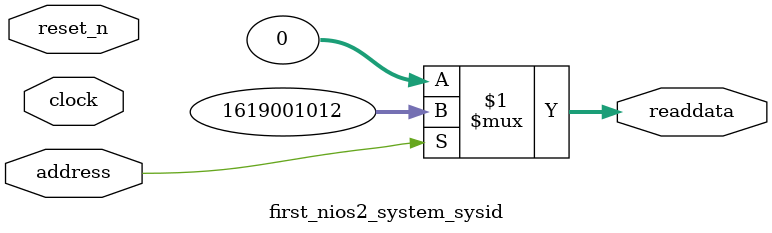
<source format=v>

`timescale 1ns / 1ps
// synthesis translate_on

// turn off superfluous verilog processor warnings 
// altera message_level Level1 
// altera message_off 10034 10035 10036 10037 10230 10240 10030 

module first_nios2_system_sysid (
               // inputs:
                address,
                clock,
                reset_n,

               // outputs:
                readdata
             )
;

  output  [ 31: 0] readdata;
  input            address;
  input            clock;
  input            reset_n;

  wire    [ 31: 0] readdata;
  //control_slave, which is an e_avalon_slave
  assign readdata = address ? 1619001012 : 0;

endmodule




</source>
